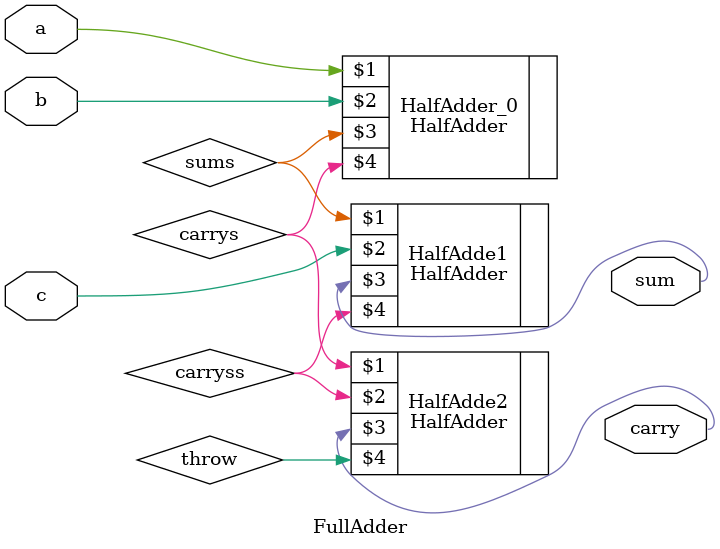
<source format=v>
/**
 * Computes the sum of three bits.
 */
`default_nettype none

module FullAdder(
	input wire a,		//1-bit input
	input wire b,		//1-bit input
	input wire c,		//1-bit input
	output wire sum,	//Right bit of a + b + c
	output wire carry	//Left bit of a + b + c
);

// your implementation comes here:

wire sums, carrys, carryss, throw;

HalfAdder HalfAdder_0(a, b, sums, carrys);
HalfAdder HalfAdde1(sums, c, sum, carryss);
HalfAdder HalfAdde2(carrys, carryss, carry, throw);

endmodule

</source>
